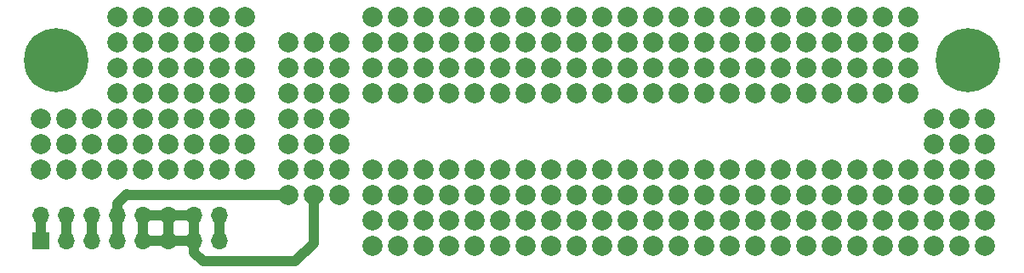
<source format=gbr>
G04 #@! TF.GenerationSoftware,KiCad,Pcbnew,(5.1.4)-1*
G04 #@! TF.CreationDate,2020-01-19T21:29:46+01:00*
G04 #@! TF.ProjectId,EuroHelper,4575726f-4865-46c7-9065-722e6b696361,rev?*
G04 #@! TF.SameCoordinates,Original*
G04 #@! TF.FileFunction,Copper,L2,Bot*
G04 #@! TF.FilePolarity,Positive*
%FSLAX46Y46*%
G04 Gerber Fmt 4.6, Leading zero omitted, Abs format (unit mm)*
G04 Created by KiCad (PCBNEW (5.1.4)-1) date 2020-01-19 21:29:46*
%MOMM*%
%LPD*%
G04 APERTURE LIST*
%ADD10C,1.998980*%
%ADD11C,6.400000*%
%ADD12O,1.700000X1.700000*%
%ADD13R,1.700000X1.700000*%
%ADD14C,1.000000*%
G04 APERTURE END LIST*
D10*
X149352000Y-54610000D03*
X146812000Y-54610000D03*
X144272000Y-54610000D03*
X141732000Y-54610000D03*
X139192000Y-54610000D03*
X136652000Y-54610000D03*
X134112000Y-54610000D03*
X131572000Y-54610000D03*
X129032000Y-54610000D03*
X126492000Y-54610000D03*
X123952000Y-54610000D03*
X121412000Y-54610000D03*
X118872000Y-54610000D03*
X116332000Y-54610000D03*
X113792000Y-54610000D03*
X111252000Y-54610000D03*
X108712000Y-54610000D03*
X106172000Y-54610000D03*
X103632000Y-54610000D03*
X101092000Y-54610000D03*
X98552000Y-54610000D03*
X96012000Y-54610000D03*
X83312000Y-54635400D03*
X78232000Y-54635400D03*
X70612000Y-54635400D03*
X75692000Y-54635400D03*
X73152000Y-54635400D03*
X80772000Y-54635400D03*
X83312000Y-69875400D03*
X80772000Y-69875400D03*
X83312000Y-67335400D03*
X80772000Y-67335400D03*
X83312000Y-64795400D03*
X80772000Y-64795400D03*
X83312000Y-62255400D03*
X80772000Y-62255400D03*
X83312000Y-59715400D03*
X80772000Y-59715400D03*
X83312000Y-57175400D03*
X92710000Y-72415400D03*
X90170000Y-72415400D03*
X87630000Y-72415400D03*
X92710000Y-69875400D03*
X90170000Y-69875400D03*
X156972000Y-77495400D03*
X154432000Y-77495400D03*
X151892000Y-77495400D03*
X156972000Y-74955400D03*
X154432000Y-74955400D03*
X151892000Y-74955400D03*
X156972000Y-72415400D03*
X154432000Y-72415400D03*
X151892000Y-72415400D03*
X156972000Y-69875400D03*
X154432000Y-69875400D03*
X92710000Y-67335400D03*
X90170000Y-67335400D03*
X92710000Y-64795400D03*
X90170000Y-64795400D03*
X92710000Y-62255400D03*
X149352000Y-77495400D03*
X146812000Y-77495400D03*
X144272000Y-77495400D03*
X141732000Y-77495400D03*
X139192000Y-77495400D03*
X136652000Y-77495400D03*
X134112000Y-77495400D03*
X131572000Y-77495400D03*
X129032000Y-77495400D03*
X126492000Y-77495400D03*
X123952000Y-77495400D03*
X121412000Y-77495400D03*
X118872000Y-77495400D03*
X116332000Y-77495400D03*
X113792000Y-77495400D03*
X111252000Y-77495400D03*
X108712000Y-77495400D03*
X106172000Y-77495400D03*
X103632000Y-77495400D03*
X101092000Y-77495400D03*
X98552000Y-77495400D03*
X96012000Y-77495400D03*
X149352000Y-74955400D03*
X146812000Y-74955400D03*
X144272000Y-74955400D03*
X141732000Y-74955400D03*
X139192000Y-74955400D03*
X136652000Y-74955400D03*
X134112000Y-74955400D03*
X131572000Y-74955400D03*
X129032000Y-74955400D03*
X126492000Y-74955400D03*
X123952000Y-74955400D03*
X121412000Y-74955400D03*
X118872000Y-74955400D03*
X116332000Y-74955400D03*
X113792000Y-74955400D03*
X111252000Y-74955400D03*
X108712000Y-74955400D03*
X106172000Y-74955400D03*
X103632000Y-74955400D03*
X101092000Y-74955400D03*
X98552000Y-74955400D03*
X96012000Y-74955400D03*
X151892000Y-69875400D03*
X156972000Y-67335400D03*
X154432000Y-67335400D03*
X151892000Y-67335400D03*
X156972000Y-64795400D03*
X154432000Y-64795400D03*
X151892000Y-64795400D03*
D11*
X155244800Y-59000000D03*
X64541400Y-59000000D03*
D10*
X87630000Y-69875400D03*
X78232000Y-69875400D03*
X75692000Y-69875400D03*
X73152000Y-69875400D03*
X70612000Y-69875400D03*
X68072000Y-69875400D03*
X65532000Y-69875400D03*
X62992000Y-69875400D03*
X149352000Y-72415400D03*
X146812000Y-72415400D03*
X144272000Y-72415400D03*
X141732000Y-72415400D03*
X139192000Y-72415400D03*
X136652000Y-72415400D03*
X134112000Y-72415400D03*
X131572000Y-72415400D03*
X129032000Y-72415400D03*
X126492000Y-72415400D03*
X123952000Y-72415400D03*
X121412000Y-72415400D03*
X118872000Y-72415400D03*
X116332000Y-72415400D03*
X113792000Y-72415400D03*
X111252000Y-72415400D03*
X108712000Y-72415400D03*
X106172000Y-72415400D03*
X103632000Y-72415400D03*
X101092000Y-72415400D03*
X98552000Y-72415400D03*
X96012000Y-72415400D03*
X87630000Y-67335400D03*
X78232000Y-67335400D03*
X75692000Y-67335400D03*
X73152000Y-67335400D03*
X70612000Y-67335400D03*
X68072000Y-67335400D03*
X65532000Y-67335400D03*
X62992000Y-67335400D03*
X149352000Y-69875400D03*
X146812000Y-69875400D03*
X144272000Y-69875400D03*
X141732000Y-69875400D03*
X139192000Y-69875400D03*
X136652000Y-69875400D03*
X134112000Y-69875400D03*
X131572000Y-69875400D03*
X129032000Y-69875400D03*
X126492000Y-69875400D03*
X123952000Y-69875400D03*
X121412000Y-69875400D03*
X118872000Y-69875400D03*
X116332000Y-69875400D03*
X113792000Y-69875400D03*
X111252000Y-69875400D03*
X108712000Y-69875400D03*
X106172000Y-69875400D03*
X103632000Y-69875400D03*
X101092000Y-69875400D03*
X98552000Y-69875400D03*
X96012000Y-69875400D03*
X87630000Y-64795400D03*
X78232000Y-64795400D03*
X75692000Y-64795400D03*
X73152000Y-64795400D03*
X70612000Y-64795400D03*
X68072000Y-64795400D03*
X65532000Y-64795400D03*
X62992000Y-64795400D03*
X149352000Y-62255400D03*
X146812000Y-62255400D03*
X144272000Y-62255400D03*
X141732000Y-62255400D03*
X139192000Y-62255400D03*
X136652000Y-62255400D03*
X134112000Y-62255400D03*
X131572000Y-62255400D03*
X129032000Y-62255400D03*
X126492000Y-62255400D03*
X123952000Y-62255400D03*
X121412000Y-62255400D03*
X118872000Y-62255400D03*
X116332000Y-62255400D03*
X113792000Y-62255400D03*
X111252000Y-62255400D03*
X108712000Y-62255400D03*
X106172000Y-62255400D03*
X103632000Y-62255400D03*
X101092000Y-62255400D03*
X98552000Y-62255400D03*
X96012000Y-62255400D03*
X90170000Y-62255400D03*
X87630000Y-62255400D03*
X78232000Y-62255400D03*
X75692000Y-62255400D03*
X73152000Y-62255400D03*
X70612000Y-62255400D03*
X149352000Y-59715400D03*
X146812000Y-59715400D03*
X144272000Y-59715400D03*
X141732000Y-59715400D03*
X139192000Y-59715400D03*
X136652000Y-59715400D03*
X134112000Y-59715400D03*
X131572000Y-59715400D03*
X129032000Y-59715400D03*
X126492000Y-59715400D03*
X123952000Y-59715400D03*
X121412000Y-59715400D03*
X118872000Y-59715400D03*
X116332000Y-59715400D03*
X113792000Y-59715400D03*
X111252000Y-59715400D03*
X108712000Y-59715400D03*
X106172000Y-59715400D03*
X103632000Y-59715400D03*
X101092000Y-59715400D03*
X98552000Y-59715400D03*
X96012000Y-59715400D03*
X92710000Y-59715400D03*
X90170000Y-59715400D03*
X87630000Y-59715400D03*
X78232000Y-59715400D03*
X75692000Y-59715400D03*
X73152000Y-59715400D03*
X70612000Y-59715400D03*
X149352000Y-57175400D03*
X146812000Y-57175400D03*
X144272000Y-57175400D03*
X141732000Y-57175400D03*
X139192000Y-57175400D03*
X136652000Y-57175400D03*
X134112000Y-57175400D03*
X131572000Y-57175400D03*
X129032000Y-57175400D03*
X126492000Y-57175400D03*
X123952000Y-57175400D03*
X121412000Y-57175400D03*
X118872000Y-57175400D03*
X116332000Y-57175400D03*
X113792000Y-57175400D03*
X111252000Y-57175400D03*
X108712000Y-57175400D03*
X106172000Y-57175400D03*
X103632000Y-57175400D03*
X101092000Y-57175400D03*
X98552000Y-57175400D03*
X96012000Y-57175400D03*
X92710000Y-57175400D03*
X90170000Y-57175400D03*
X87630000Y-57175400D03*
X80772000Y-57175400D03*
X78232000Y-57175400D03*
X75692000Y-57175400D03*
X73152000Y-57175400D03*
X70612000Y-57175400D03*
D12*
X80780000Y-74460000D03*
X80780000Y-77000000D03*
X78240000Y-74460000D03*
X78240000Y-77000000D03*
X75700000Y-74460000D03*
X75700000Y-77000000D03*
X73160000Y-74460000D03*
X73160000Y-77000000D03*
X70620000Y-74460000D03*
X70620000Y-77000000D03*
X68080000Y-74460000D03*
X68080000Y-77000000D03*
X65540000Y-74460000D03*
X65540000Y-77000000D03*
X63000000Y-74460000D03*
D13*
X63000000Y-77000000D03*
D14*
X63000000Y-77000000D02*
X63000000Y-74460000D01*
X65540000Y-77000000D02*
X65540000Y-74460000D01*
X68080000Y-77000000D02*
X68080000Y-74460000D01*
X70620000Y-77000000D02*
X70620000Y-74460000D01*
X73160000Y-77000000D02*
X73160000Y-74460000D01*
X75700000Y-77000000D02*
X75700000Y-74460000D01*
X78240000Y-77000000D02*
X78240000Y-74460000D01*
X78240000Y-74460000D02*
X75700000Y-74460000D01*
X75700000Y-74460000D02*
X73160000Y-74460000D01*
X73160000Y-77000000D02*
X75700000Y-77000000D01*
X78240000Y-77000000D02*
X75700000Y-77000000D01*
X80780000Y-77000000D02*
X80780000Y-74460000D01*
X70620000Y-73257919D02*
X71513319Y-72364600D01*
X70620000Y-74460000D02*
X70620000Y-73257919D01*
X71564119Y-72415400D02*
X87630000Y-72415400D01*
X71513319Y-72364600D02*
X71564119Y-72415400D01*
X90170000Y-77216000D02*
X90170000Y-72415400D01*
X88315800Y-79070200D02*
X90170000Y-77216000D01*
X79108119Y-79070200D02*
X88315800Y-79070200D01*
X78240000Y-77000000D02*
X78240000Y-78202081D01*
X78240000Y-78202081D02*
X79108119Y-79070200D01*
M02*

</source>
